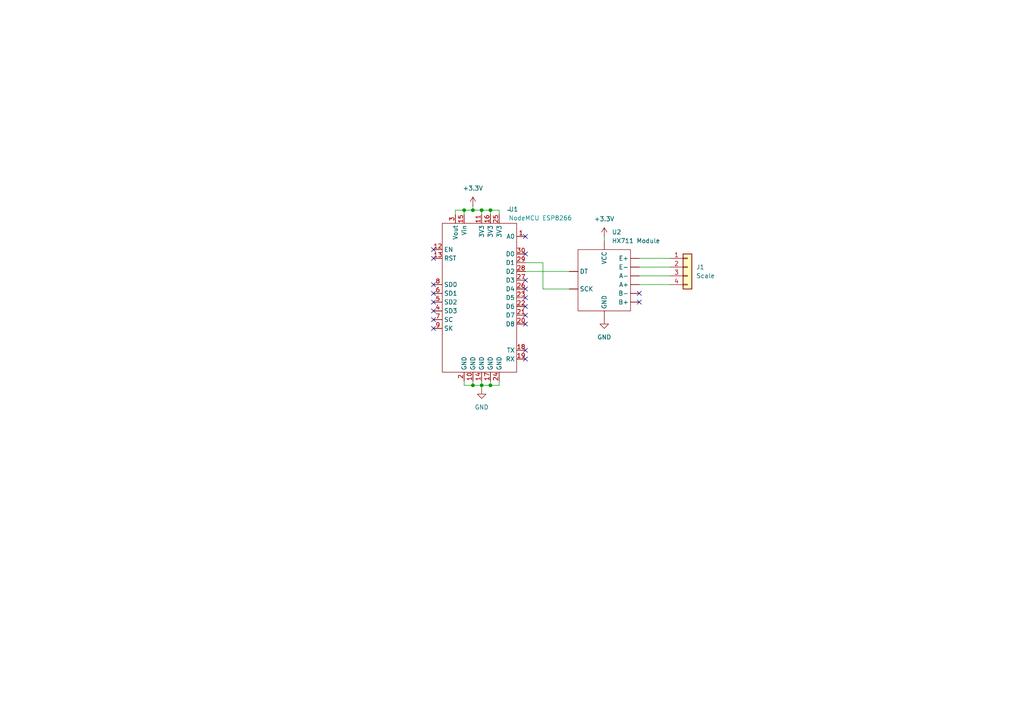
<source format=kicad_sch>
(kicad_sch
	(version 20231120)
	(generator "eeschema")
	(generator_version "8.0")
	(uuid "782b8e8e-37c3-4d74-9501-1a323928c683")
	(paper "A4")
	(lib_symbols
		(symbol "Connector_Generic:Conn_01x04"
			(pin_names
				(offset 1.016) hide)
			(exclude_from_sim no)
			(in_bom yes)
			(on_board yes)
			(property "Reference" "J"
				(at 0 5.08 0)
				(effects
					(font
						(size 1.27 1.27)
					)
				)
			)
			(property "Value" "Conn_01x04"
				(at 0 -7.62 0)
				(effects
					(font
						(size 1.27 1.27)
					)
				)
			)
			(property "Footprint" ""
				(at 0 0 0)
				(effects
					(font
						(size 1.27 1.27)
					)
					(hide yes)
				)
			)
			(property "Datasheet" "~"
				(at 0 0 0)
				(effects
					(font
						(size 1.27 1.27)
					)
					(hide yes)
				)
			)
			(property "Description" "Generic connector, single row, 01x04, script generated (kicad-library-utils/schlib/autogen/connector/)"
				(at 0 0 0)
				(effects
					(font
						(size 1.27 1.27)
					)
					(hide yes)
				)
			)
			(property "ki_keywords" "connector"
				(at 0 0 0)
				(effects
					(font
						(size 1.27 1.27)
					)
					(hide yes)
				)
			)
			(property "ki_fp_filters" "Connector*:*_1x??_*"
				(at 0 0 0)
				(effects
					(font
						(size 1.27 1.27)
					)
					(hide yes)
				)
			)
			(symbol "Conn_01x04_1_1"
				(rectangle
					(start -1.27 -4.953)
					(end 0 -5.207)
					(stroke
						(width 0.1524)
						(type default)
					)
					(fill
						(type none)
					)
				)
				(rectangle
					(start -1.27 -2.413)
					(end 0 -2.667)
					(stroke
						(width 0.1524)
						(type default)
					)
					(fill
						(type none)
					)
				)
				(rectangle
					(start -1.27 0.127)
					(end 0 -0.127)
					(stroke
						(width 0.1524)
						(type default)
					)
					(fill
						(type none)
					)
				)
				(rectangle
					(start -1.27 2.667)
					(end 0 2.413)
					(stroke
						(width 0.1524)
						(type default)
					)
					(fill
						(type none)
					)
				)
				(rectangle
					(start -1.27 3.81)
					(end 1.27 -6.35)
					(stroke
						(width 0.254)
						(type default)
					)
					(fill
						(type background)
					)
				)
				(pin passive line
					(at -5.08 2.54 0)
					(length 3.81)
					(name "Pin_1"
						(effects
							(font
								(size 1.27 1.27)
							)
						)
					)
					(number "1"
						(effects
							(font
								(size 1.27 1.27)
							)
						)
					)
				)
				(pin passive line
					(at -5.08 0 0)
					(length 3.81)
					(name "Pin_2"
						(effects
							(font
								(size 1.27 1.27)
							)
						)
					)
					(number "2"
						(effects
							(font
								(size 1.27 1.27)
							)
						)
					)
				)
				(pin passive line
					(at -5.08 -2.54 0)
					(length 3.81)
					(name "Pin_3"
						(effects
							(font
								(size 1.27 1.27)
							)
						)
					)
					(number "3"
						(effects
							(font
								(size 1.27 1.27)
							)
						)
					)
				)
				(pin passive line
					(at -5.08 -5.08 0)
					(length 3.81)
					(name "Pin_4"
						(effects
							(font
								(size 1.27 1.27)
							)
						)
					)
					(number "4"
						(effects
							(font
								(size 1.27 1.27)
							)
						)
					)
				)
			)
		)
		(symbol "My_Personal:ESP8266"
			(exclude_from_sim no)
			(in_bom yes)
			(on_board yes)
			(property "Reference" "U"
				(at 8.636 26.416 0)
				(effects
					(font
						(size 1.27 1.27)
					)
				)
			)
			(property "Value" ""
				(at 3.81 31.75 0)
				(effects
					(font
						(size 1.27 1.27)
					)
				)
			)
			(property "Footprint" ""
				(at 3.81 31.75 0)
				(effects
					(font
						(size 1.27 1.27)
					)
					(hide yes)
				)
			)
			(property "Datasheet" ""
				(at 3.81 31.75 0)
				(effects
					(font
						(size 1.27 1.27)
					)
					(hide yes)
				)
			)
			(property "Description" ""
				(at 3.81 31.75 0)
				(effects
					(font
						(size 1.27 1.27)
					)
					(hide yes)
				)
			)
			(symbol "ESP8266_0_1"
				(rectangle
					(start -11.43 22.86)
					(end 10.16 -20.32)
					(stroke
						(width 0)
						(type default)
					)
					(fill
						(type none)
					)
				)
			)
			(symbol "ESP8266_1_1"
				(text "NodeMCU ESP8266"
					(at 17.018 24.384 0)
					(effects
						(font
							(size 1.27 1.27)
							(color 0 132 132 1)
						)
					)
				)
				(pin bidirectional line
					(at 12.7 19.05 180)
					(length 2.54)
					(name "A0"
						(effects
							(font
								(size 1.27 1.27)
							)
						)
					)
					(number "1"
						(effects
							(font
								(size 1.27 1.27)
							)
						)
					)
				)
				(pin power_out line
					(at -2.54 -22.86 90)
					(length 2.54)
					(name "GND"
						(effects
							(font
								(size 1.27 1.27)
							)
						)
					)
					(number "10"
						(effects
							(font
								(size 1.27 1.27)
							)
						)
					)
				)
				(pin power_out line
					(at 0 25.4 270)
					(length 2.54)
					(name "3V3"
						(effects
							(font
								(size 1.27 1.27)
							)
						)
					)
					(number "11"
						(effects
							(font
								(size 1.27 1.27)
							)
						)
					)
				)
				(pin input line
					(at -13.97 15.24 0)
					(length 2.54)
					(name "EN"
						(effects
							(font
								(size 1.27 1.27)
							)
						)
					)
					(number "12"
						(effects
							(font
								(size 1.27 1.27)
							)
						)
					)
				)
				(pin input line
					(at -13.97 12.7 0)
					(length 2.54)
					(name "RST"
						(effects
							(font
								(size 1.27 1.27)
							)
						)
					)
					(number "13"
						(effects
							(font
								(size 1.27 1.27)
							)
						)
					)
				)
				(pin power_out line
					(at 0 -22.86 90)
					(length 2.54)
					(name "GND"
						(effects
							(font
								(size 1.27 1.27)
							)
						)
					)
					(number "14"
						(effects
							(font
								(size 1.27 1.27)
							)
						)
					)
				)
				(pin power_in line
					(at -5.08 25.4 270)
					(length 2.54)
					(name "Vin"
						(effects
							(font
								(size 1.27 1.27)
							)
						)
					)
					(number "15"
						(effects
							(font
								(size 1.27 1.27)
							)
						)
					)
				)
				(pin power_out line
					(at 2.54 25.4 270)
					(length 2.54)
					(name "3V3"
						(effects
							(font
								(size 1.27 1.27)
							)
						)
					)
					(number "16"
						(effects
							(font
								(size 1.27 1.27)
							)
						)
					)
				)
				(pin power_out line
					(at 2.54 -22.86 90)
					(length 2.54)
					(name "GND"
						(effects
							(font
								(size 1.27 1.27)
							)
						)
					)
					(number "17"
						(effects
							(font
								(size 1.27 1.27)
							)
						)
					)
				)
				(pin output line
					(at 12.7 -13.97 180)
					(length 2.54)
					(name "TX"
						(effects
							(font
								(size 1.27 1.27)
							)
						)
					)
					(number "18"
						(effects
							(font
								(size 1.27 1.27)
							)
						)
					)
				)
				(pin input line
					(at 12.7 -16.51 180)
					(length 2.54)
					(name "RX"
						(effects
							(font
								(size 1.27 1.27)
							)
						)
					)
					(number "19"
						(effects
							(font
								(size 1.27 1.27)
							)
						)
					)
				)
				(pin power_out line
					(at -5.08 -22.86 90)
					(length 2.54)
					(name "GND"
						(effects
							(font
								(size 1.27 1.27)
							)
						)
					)
					(number "2"
						(effects
							(font
								(size 1.27 1.27)
							)
						)
					)
				)
				(pin bidirectional line
					(at 12.7 -6.35 180)
					(length 2.54)
					(name "D8"
						(effects
							(font
								(size 1.27 1.27)
							)
						)
					)
					(number "20"
						(effects
							(font
								(size 1.27 1.27)
							)
						)
					)
				)
				(pin bidirectional line
					(at 12.7 -3.81 180)
					(length 2.54)
					(name "D7"
						(effects
							(font
								(size 1.27 1.27)
							)
						)
					)
					(number "21"
						(effects
							(font
								(size 1.27 1.27)
							)
						)
					)
				)
				(pin bidirectional line
					(at 12.7 -1.27 180)
					(length 2.54)
					(name "D6"
						(effects
							(font
								(size 1.27 1.27)
							)
						)
					)
					(number "22"
						(effects
							(font
								(size 1.27 1.27)
							)
						)
					)
				)
				(pin bidirectional line
					(at 12.7 1.27 180)
					(length 2.54)
					(name "D5"
						(effects
							(font
								(size 1.27 1.27)
							)
						)
					)
					(number "23"
						(effects
							(font
								(size 1.27 1.27)
							)
						)
					)
				)
				(pin power_out line
					(at 5.08 -22.86 90)
					(length 2.54)
					(name "GND"
						(effects
							(font
								(size 1.27 1.27)
							)
						)
					)
					(number "24"
						(effects
							(font
								(size 1.27 1.27)
							)
						)
					)
				)
				(pin power_out line
					(at 5.08 25.4 270)
					(length 2.54)
					(name "3V3"
						(effects
							(font
								(size 1.27 1.27)
							)
						)
					)
					(number "25"
						(effects
							(font
								(size 1.27 1.27)
							)
						)
					)
				)
				(pin bidirectional line
					(at 12.7 3.81 180)
					(length 2.54)
					(name "D4"
						(effects
							(font
								(size 1.27 1.27)
							)
						)
					)
					(number "26"
						(effects
							(font
								(size 1.27 1.27)
							)
						)
					)
				)
				(pin bidirectional line
					(at 12.7 6.35 180)
					(length 2.54)
					(name "D3"
						(effects
							(font
								(size 1.27 1.27)
							)
						)
					)
					(number "27"
						(effects
							(font
								(size 1.27 1.27)
							)
						)
					)
				)
				(pin bidirectional line
					(at 12.7 8.89 180)
					(length 2.54)
					(name "D2"
						(effects
							(font
								(size 1.27 1.27)
							)
						)
					)
					(number "28"
						(effects
							(font
								(size 1.27 1.27)
							)
						)
					)
				)
				(pin bidirectional line
					(at 12.7 11.43 180)
					(length 2.54)
					(name "D1"
						(effects
							(font
								(size 1.27 1.27)
							)
						)
					)
					(number "29"
						(effects
							(font
								(size 1.27 1.27)
							)
						)
					)
				)
				(pin power_out line
					(at -7.62 25.4 270)
					(length 2.54)
					(name "Vout"
						(effects
							(font
								(size 1.27 1.27)
							)
						)
					)
					(number "3"
						(effects
							(font
								(size 1.27 1.27)
							)
						)
					)
				)
				(pin bidirectional line
					(at 12.7 13.97 180)
					(length 2.54)
					(name "D0"
						(effects
							(font
								(size 1.27 1.27)
							)
						)
					)
					(number "30"
						(effects
							(font
								(size 1.27 1.27)
							)
						)
					)
				)
				(pin bidirectional line
					(at -13.97 -2.54 0)
					(length 2.54)
					(name "SD3"
						(effects
							(font
								(size 1.27 1.27)
							)
						)
					)
					(number "4"
						(effects
							(font
								(size 1.27 1.27)
							)
						)
					)
				)
				(pin bidirectional line
					(at -13.97 0 0)
					(length 2.54)
					(name "SD2"
						(effects
							(font
								(size 1.27 1.27)
							)
						)
					)
					(number "5"
						(effects
							(font
								(size 1.27 1.27)
							)
						)
					)
				)
				(pin bidirectional line
					(at -13.97 2.54 0)
					(length 2.54)
					(name "SD1"
						(effects
							(font
								(size 1.27 1.27)
							)
						)
					)
					(number "6"
						(effects
							(font
								(size 1.27 1.27)
							)
						)
					)
				)
				(pin bidirectional line
					(at -13.97 -5.08 0)
					(length 2.54)
					(name "SC"
						(effects
							(font
								(size 1.27 1.27)
							)
						)
					)
					(number "7"
						(effects
							(font
								(size 1.27 1.27)
							)
						)
					)
				)
				(pin bidirectional line
					(at -13.97 5.08 0)
					(length 2.54)
					(name "SD0"
						(effects
							(font
								(size 1.27 1.27)
							)
						)
					)
					(number "8"
						(effects
							(font
								(size 1.27 1.27)
							)
						)
					)
				)
				(pin bidirectional line
					(at -13.97 -7.62 0)
					(length 2.54)
					(name "SK"
						(effects
							(font
								(size 1.27 1.27)
							)
						)
					)
					(number "9"
						(effects
							(font
								(size 1.27 1.27)
							)
						)
					)
				)
			)
		)
		(symbol "My_Personal:HX711_Module"
			(exclude_from_sim no)
			(in_bom yes)
			(on_board yes)
			(property "Reference" "U"
				(at 6.604 12.446 0)
				(effects
					(font
						(size 1.27 1.27)
					)
				)
			)
			(property "Value" "HX711 Module"
				(at 8.382 10.16 0)
				(effects
					(font
						(size 1.27 1.27)
					)
				)
			)
			(property "Footprint" ""
				(at 0 -1.27 0)
				(effects
					(font
						(size 1.27 1.27)
					)
					(hide yes)
				)
			)
			(property "Datasheet" ""
				(at 0 -1.27 0)
				(effects
					(font
						(size 1.27 1.27)
					)
					(hide yes)
				)
			)
			(property "Description" ""
				(at 0 -1.27 0)
				(effects
					(font
						(size 1.27 1.27)
					)
					(hide yes)
				)
			)
			(symbol "HX711_Module_0_1"
				(rectangle
					(start -7.62 8.89)
					(end 7.62 -8.89)
					(stroke
						(width 0)
						(type default)
					)
					(fill
						(type none)
					)
				)
			)
			(symbol "HX711_Module_1_1"
				(pin input line
					(at 10.16 -1.27 180)
					(length 2.54)
					(name "A+"
						(effects
							(font
								(size 1.27 1.27)
							)
						)
					)
					(number ""
						(effects
							(font
								(size 1.27 1.27)
							)
						)
					)
				)
				(pin input line
					(at 10.16 1.27 180)
					(length 2.54)
					(name "A-"
						(effects
							(font
								(size 1.27 1.27)
							)
						)
					)
					(number ""
						(effects
							(font
								(size 1.27 1.27)
							)
						)
					)
				)
				(pin input line
					(at 10.16 -6.35 180)
					(length 2.54)
					(name "B+"
						(effects
							(font
								(size 1.27 1.27)
							)
						)
					)
					(number ""
						(effects
							(font
								(size 1.27 1.27)
							)
						)
					)
				)
				(pin input line
					(at 10.16 -3.81 180)
					(length 2.54)
					(name "B-"
						(effects
							(font
								(size 1.27 1.27)
							)
						)
					)
					(number ""
						(effects
							(font
								(size 1.27 1.27)
							)
						)
					)
				)
				(pin output line
					(at -10.16 2.54 0)
					(length 2.54)
					(name "DT"
						(effects
							(font
								(size 1.27 1.27)
							)
						)
					)
					(number ""
						(effects
							(font
								(size 1.27 1.27)
							)
						)
					)
				)
				(pin power_out line
					(at 10.16 6.35 180)
					(length 2.54)
					(name "E+"
						(effects
							(font
								(size 1.27 1.27)
							)
						)
					)
					(number ""
						(effects
							(font
								(size 1.27 1.27)
							)
						)
					)
				)
				(pin power_out line
					(at 10.16 3.81 180)
					(length 2.54)
					(name "E-"
						(effects
							(font
								(size 1.27 1.27)
							)
						)
					)
					(number ""
						(effects
							(font
								(size 1.27 1.27)
							)
						)
					)
				)
				(pin power_in line
					(at 0 -11.43 90)
					(length 2.54)
					(name "GND"
						(effects
							(font
								(size 1.27 1.27)
							)
						)
					)
					(number ""
						(effects
							(font
								(size 1.27 1.27)
							)
						)
					)
				)
				(pin input line
					(at -10.16 -2.54 0)
					(length 2.54)
					(name "SCK"
						(effects
							(font
								(size 1.27 1.27)
							)
						)
					)
					(number ""
						(effects
							(font
								(size 1.27 1.27)
							)
						)
					)
				)
				(pin power_in line
					(at 0 11.43 270)
					(length 2.54)
					(name "VCC"
						(effects
							(font
								(size 1.27 1.27)
							)
						)
					)
					(number ""
						(effects
							(font
								(size 1.27 1.27)
							)
						)
					)
				)
			)
		)
		(symbol "power:+3.3V"
			(power)
			(pin_numbers hide)
			(pin_names
				(offset 0) hide)
			(exclude_from_sim no)
			(in_bom yes)
			(on_board yes)
			(property "Reference" "#PWR"
				(at 0 -3.81 0)
				(effects
					(font
						(size 1.27 1.27)
					)
					(hide yes)
				)
			)
			(property "Value" "+3.3V"
				(at 0 3.556 0)
				(effects
					(font
						(size 1.27 1.27)
					)
				)
			)
			(property "Footprint" ""
				(at 0 0 0)
				(effects
					(font
						(size 1.27 1.27)
					)
					(hide yes)
				)
			)
			(property "Datasheet" ""
				(at 0 0 0)
				(effects
					(font
						(size 1.27 1.27)
					)
					(hide yes)
				)
			)
			(property "Description" "Power symbol creates a global label with name \"+3.3V\""
				(at 0 0 0)
				(effects
					(font
						(size 1.27 1.27)
					)
					(hide yes)
				)
			)
			(property "ki_keywords" "global power"
				(at 0 0 0)
				(effects
					(font
						(size 1.27 1.27)
					)
					(hide yes)
				)
			)
			(symbol "+3.3V_0_1"
				(polyline
					(pts
						(xy -0.762 1.27) (xy 0 2.54)
					)
					(stroke
						(width 0)
						(type default)
					)
					(fill
						(type none)
					)
				)
				(polyline
					(pts
						(xy 0 0) (xy 0 2.54)
					)
					(stroke
						(width 0)
						(type default)
					)
					(fill
						(type none)
					)
				)
				(polyline
					(pts
						(xy 0 2.54) (xy 0.762 1.27)
					)
					(stroke
						(width 0)
						(type default)
					)
					(fill
						(type none)
					)
				)
			)
			(symbol "+3.3V_1_1"
				(pin power_in line
					(at 0 0 90)
					(length 0)
					(name "~"
						(effects
							(font
								(size 1.27 1.27)
							)
						)
					)
					(number "1"
						(effects
							(font
								(size 1.27 1.27)
							)
						)
					)
				)
			)
		)
		(symbol "power:GND"
			(power)
			(pin_numbers hide)
			(pin_names
				(offset 0) hide)
			(exclude_from_sim no)
			(in_bom yes)
			(on_board yes)
			(property "Reference" "#PWR"
				(at 0 -6.35 0)
				(effects
					(font
						(size 1.27 1.27)
					)
					(hide yes)
				)
			)
			(property "Value" "GND"
				(at 0 -3.81 0)
				(effects
					(font
						(size 1.27 1.27)
					)
				)
			)
			(property "Footprint" ""
				(at 0 0 0)
				(effects
					(font
						(size 1.27 1.27)
					)
					(hide yes)
				)
			)
			(property "Datasheet" ""
				(at 0 0 0)
				(effects
					(font
						(size 1.27 1.27)
					)
					(hide yes)
				)
			)
			(property "Description" "Power symbol creates a global label with name \"GND\" , ground"
				(at 0 0 0)
				(effects
					(font
						(size 1.27 1.27)
					)
					(hide yes)
				)
			)
			(property "ki_keywords" "global power"
				(at 0 0 0)
				(effects
					(font
						(size 1.27 1.27)
					)
					(hide yes)
				)
			)
			(symbol "GND_0_1"
				(polyline
					(pts
						(xy 0 0) (xy 0 -1.27) (xy 1.27 -1.27) (xy 0 -2.54) (xy -1.27 -1.27) (xy 0 -1.27)
					)
					(stroke
						(width 0)
						(type default)
					)
					(fill
						(type none)
					)
				)
			)
			(symbol "GND_1_1"
				(pin power_in line
					(at 0 0 270)
					(length 0)
					(name "~"
						(effects
							(font
								(size 1.27 1.27)
							)
						)
					)
					(number "1"
						(effects
							(font
								(size 1.27 1.27)
							)
						)
					)
				)
			)
		)
	)
	(junction
		(at 139.7 60.96)
		(diameter 0)
		(color 0 0 0 0)
		(uuid "23840389-e969-47c2-9a83-2f6f4eef99b8")
	)
	(junction
		(at 142.24 60.96)
		(diameter 0)
		(color 0 0 0 0)
		(uuid "49bf46ca-44db-4845-b45c-7d6928e3a8a9")
	)
	(junction
		(at 134.62 60.96)
		(diameter 0)
		(color 0 0 0 0)
		(uuid "746c76ff-b25e-45d3-9f3a-f669691f7e5f")
	)
	(junction
		(at 137.16 111.76)
		(diameter 0)
		(color 0 0 0 0)
		(uuid "8d0d41cd-134d-473d-a496-34be1bc5988c")
	)
	(junction
		(at 142.24 111.76)
		(diameter 0)
		(color 0 0 0 0)
		(uuid "a464b72c-e41b-43da-a7db-46f38202b77a")
	)
	(junction
		(at 139.7 111.76)
		(diameter 0)
		(color 0 0 0 0)
		(uuid "b618cb68-93c0-4481-9b70-82c0446123b0")
	)
	(junction
		(at 137.16 60.96)
		(diameter 0)
		(color 0 0 0 0)
		(uuid "f5ae8465-9f26-4318-a706-c7f8b845ca00")
	)
	(no_connect
		(at 125.73 87.63)
		(uuid "0b7e9c8f-60d3-4b09-8c11-6a15520b7de7")
	)
	(no_connect
		(at 125.73 82.55)
		(uuid "19d620db-0b40-4679-bba7-75d6f6c2c0ff")
	)
	(no_connect
		(at 152.4 91.44)
		(uuid "43c48803-6310-42cb-b98b-5238e74fab1e")
	)
	(no_connect
		(at 125.73 85.09)
		(uuid "5bdd2549-c530-4aad-aeb3-fc56411a4bdc")
	)
	(no_connect
		(at 125.73 92.71)
		(uuid "6c61d15e-6c4e-49db-814a-79d4d7bc1230")
	)
	(no_connect
		(at 152.4 81.28)
		(uuid "6cc079e9-9b93-4bba-891b-6fe70847cb30")
	)
	(no_connect
		(at 125.73 90.17)
		(uuid "6e857fab-6174-4fb5-9207-78ef4fc3ed81")
	)
	(no_connect
		(at 152.4 68.58)
		(uuid "6ec891eb-2431-4611-a36b-35f95bb762ec")
	)
	(no_connect
		(at 152.4 73.66)
		(uuid "74864c9e-4a40-4269-82be-1233ccea45ed")
	)
	(no_connect
		(at 152.4 93.98)
		(uuid "86599edc-00e3-46cd-915f-af0843db83a7")
	)
	(no_connect
		(at 152.4 101.6)
		(uuid "8a430e94-9e56-4384-8508-4971bf3ce5ec")
	)
	(no_connect
		(at 152.4 83.82)
		(uuid "9e884d7b-807a-4e9c-bd2d-3e1195bfa70d")
	)
	(no_connect
		(at 125.73 95.25)
		(uuid "a7caeb19-57ce-4b88-a768-77d6330cb4eb")
	)
	(no_connect
		(at 125.73 74.93)
		(uuid "b54002d2-fde8-4377-966d-d92d333d045a")
	)
	(no_connect
		(at 185.42 87.63)
		(uuid "b5d2cf6e-6e7d-4a85-952c-63ace11d61f0")
	)
	(no_connect
		(at 125.73 72.39)
		(uuid "c05105fe-e517-45bd-be39-a3a5bccf7cb8")
	)
	(no_connect
		(at 152.4 86.36)
		(uuid "ccb8ea6a-8ae1-4a0d-9cd7-0300bebe8443")
	)
	(no_connect
		(at 152.4 104.14)
		(uuid "cd414208-f9b0-4fb4-8b76-d65f9854383b")
	)
	(no_connect
		(at 185.42 85.09)
		(uuid "d8b7d2ab-a168-40b2-a5f6-04ded8a52839")
	)
	(no_connect
		(at 152.4 88.9)
		(uuid "eb233a42-ccdd-4909-b962-2affc58e8fe4")
	)
	(wire
		(pts
			(xy 134.62 60.96) (xy 134.62 62.23)
		)
		(stroke
			(width 0)
			(type default)
		)
		(uuid "0cc27fea-86cf-40a3-ae50-2a5f3022e04f")
	)
	(wire
		(pts
			(xy 134.62 60.96) (xy 137.16 60.96)
		)
		(stroke
			(width 0)
			(type default)
		)
		(uuid "116adce9-0b1f-466e-9192-de42dae77485")
	)
	(wire
		(pts
			(xy 139.7 111.76) (xy 142.24 111.76)
		)
		(stroke
			(width 0)
			(type default)
		)
		(uuid "2195194b-3ff2-448c-a55b-cc2b001b58e3")
	)
	(wire
		(pts
			(xy 134.62 110.49) (xy 134.62 111.76)
		)
		(stroke
			(width 0)
			(type default)
		)
		(uuid "247c1a55-318c-49f6-94d1-5511808e53bc")
	)
	(wire
		(pts
			(xy 157.48 83.82) (xy 157.48 76.2)
		)
		(stroke
			(width 0)
			(type default)
		)
		(uuid "267824fc-1837-45b9-86da-df8535942dc1")
	)
	(wire
		(pts
			(xy 165.1 83.82) (xy 157.48 83.82)
		)
		(stroke
			(width 0)
			(type default)
		)
		(uuid "2fce6c39-d038-4368-8baf-4aedf42768a1")
	)
	(wire
		(pts
			(xy 194.31 80.01) (xy 185.42 80.01)
		)
		(stroke
			(width 0)
			(type default)
		)
		(uuid "3b170e8a-2aaf-4d6d-85cf-d387c8e4989d")
	)
	(wire
		(pts
			(xy 194.31 82.55) (xy 185.42 82.55)
		)
		(stroke
			(width 0)
			(type default)
		)
		(uuid "3f71a0e0-6ea2-4d4a-81c4-f4567bbee868")
	)
	(wire
		(pts
			(xy 144.78 60.96) (xy 144.78 62.23)
		)
		(stroke
			(width 0)
			(type default)
		)
		(uuid "40156b81-d85c-4b33-a445-4ecdf0d6c9a8")
	)
	(wire
		(pts
			(xy 142.24 60.96) (xy 144.78 60.96)
		)
		(stroke
			(width 0)
			(type default)
		)
		(uuid "46f230f5-7c0a-4360-99b8-ac43ef3b874d")
	)
	(wire
		(pts
			(xy 137.16 59.69) (xy 137.16 60.96)
		)
		(stroke
			(width 0)
			(type default)
		)
		(uuid "4fcf5f29-f069-48c0-8817-7ccfa5357efd")
	)
	(wire
		(pts
			(xy 137.16 111.76) (xy 139.7 111.76)
		)
		(stroke
			(width 0)
			(type default)
		)
		(uuid "56fc3b99-3d2a-48f2-9fcf-d9d38e3eddbe")
	)
	(wire
		(pts
			(xy 142.24 111.76) (xy 142.24 110.49)
		)
		(stroke
			(width 0)
			(type default)
		)
		(uuid "5c5d845d-e370-4ab9-a83b-de7be5bdcbc7")
	)
	(wire
		(pts
			(xy 152.4 78.74) (xy 165.1 78.74)
		)
		(stroke
			(width 0)
			(type default)
		)
		(uuid "5e610732-ce6d-4ef9-9ad0-c6ab261075cf")
	)
	(wire
		(pts
			(xy 157.48 76.2) (xy 152.4 76.2)
		)
		(stroke
			(width 0)
			(type default)
		)
		(uuid "68bed639-0cfc-4b6e-9931-93de1fb01582")
	)
	(wire
		(pts
			(xy 139.7 60.96) (xy 142.24 60.96)
		)
		(stroke
			(width 0)
			(type default)
		)
		(uuid "8ffb3e68-d46f-4cc0-89a6-41edc7712829")
	)
	(wire
		(pts
			(xy 194.31 74.93) (xy 185.42 74.93)
		)
		(stroke
			(width 0)
			(type default)
		)
		(uuid "99a4bb45-e2ed-4e6b-be7d-aec7b7d39b81")
	)
	(wire
		(pts
			(xy 137.16 110.49) (xy 137.16 111.76)
		)
		(stroke
			(width 0)
			(type default)
		)
		(uuid "a885154c-f0ef-48a8-82ca-414a9b7b9fb2")
	)
	(wire
		(pts
			(xy 139.7 111.76) (xy 139.7 113.03)
		)
		(stroke
			(width 0)
			(type default)
		)
		(uuid "a9377518-d1e7-4d11-8931-26a7f37e70a5")
	)
	(wire
		(pts
			(xy 137.16 60.96) (xy 139.7 60.96)
		)
		(stroke
			(width 0)
			(type default)
		)
		(uuid "aa33d9ba-1af1-45e5-820d-3bce86da60df")
	)
	(wire
		(pts
			(xy 139.7 110.49) (xy 139.7 111.76)
		)
		(stroke
			(width 0)
			(type default)
		)
		(uuid "aeaaed5f-a39e-491d-a155-a42864bf4fdf")
	)
	(wire
		(pts
			(xy 144.78 111.76) (xy 144.78 110.49)
		)
		(stroke
			(width 0)
			(type default)
		)
		(uuid "b532645f-67d5-4a4a-b76b-e8b7668929e3")
	)
	(wire
		(pts
			(xy 175.26 68.58) (xy 175.26 69.85)
		)
		(stroke
			(width 0)
			(type default)
		)
		(uuid "c4276344-e647-4dc3-b2bd-5939734c4906")
	)
	(wire
		(pts
			(xy 194.31 77.47) (xy 185.42 77.47)
		)
		(stroke
			(width 0)
			(type default)
		)
		(uuid "c4c024f6-782b-42af-9488-1da694aa54c5")
	)
	(wire
		(pts
			(xy 142.24 60.96) (xy 142.24 62.23)
		)
		(stroke
			(width 0)
			(type default)
		)
		(uuid "d064fc6d-62d9-4fef-a757-3f2fadb2af31")
	)
	(wire
		(pts
			(xy 132.08 60.96) (xy 132.08 62.23)
		)
		(stroke
			(width 0)
			(type default)
		)
		(uuid "d1eb2907-ada8-4a43-8ea3-edc21c4f38a0")
	)
	(wire
		(pts
			(xy 134.62 111.76) (xy 137.16 111.76)
		)
		(stroke
			(width 0)
			(type default)
		)
		(uuid "d2332994-1088-49ca-bc86-2ddb2715a3bf")
	)
	(wire
		(pts
			(xy 142.24 111.76) (xy 144.78 111.76)
		)
		(stroke
			(width 0)
			(type default)
		)
		(uuid "d418f1ac-4c2d-4cfe-a683-5ec00544940f")
	)
	(wire
		(pts
			(xy 139.7 60.96) (xy 139.7 62.23)
		)
		(stroke
			(width 0)
			(type default)
		)
		(uuid "e7b2b5a6-2109-4990-81c3-fdbb2af08c4d")
	)
	(wire
		(pts
			(xy 132.08 60.96) (xy 134.62 60.96)
		)
		(stroke
			(width 0)
			(type default)
		)
		(uuid "f29494b4-eaee-4616-a8ce-ef8ebb7b7b5e")
	)
	(symbol
		(lib_id "power:GND")
		(at 175.26 92.71 0)
		(unit 1)
		(exclude_from_sim no)
		(in_bom yes)
		(on_board yes)
		(dnp no)
		(fields_autoplaced yes)
		(uuid "0fec6ee8-4aef-4f37-8ca6-9adf9d49642f")
		(property "Reference" "#PWR04"
			(at 175.26 99.06 0)
			(effects
				(font
					(size 1.27 1.27)
				)
				(hide yes)
			)
		)
		(property "Value" "GND"
			(at 175.26 97.79 0)
			(effects
				(font
					(size 1.27 1.27)
				)
			)
		)
		(property "Footprint" ""
			(at 175.26 92.71 0)
			(effects
				(font
					(size 1.27 1.27)
				)
				(hide yes)
			)
		)
		(property "Datasheet" ""
			(at 175.26 92.71 0)
			(effects
				(font
					(size 1.27 1.27)
				)
				(hide yes)
			)
		)
		(property "Description" "Power symbol creates a global label with name \"GND\" , ground"
			(at 175.26 92.71 0)
			(effects
				(font
					(size 1.27 1.27)
				)
				(hide yes)
			)
		)
		(pin "1"
			(uuid "f9e45023-47f6-4f76-b5c0-624b69d13c38")
		)
		(instances
			(project "kettle-weigher"
				(path "/782b8e8e-37c3-4d74-9501-1a323928c683"
					(reference "#PWR04")
					(unit 1)
				)
			)
		)
	)
	(symbol
		(lib_id "power:+3.3V")
		(at 175.26 68.58 0)
		(unit 1)
		(exclude_from_sim no)
		(in_bom yes)
		(on_board yes)
		(dnp no)
		(fields_autoplaced yes)
		(uuid "32d2ad93-f01c-4a60-ba08-550f188be919")
		(property "Reference" "#PWR03"
			(at 175.26 72.39 0)
			(effects
				(font
					(size 1.27 1.27)
				)
				(hide yes)
			)
		)
		(property "Value" "+3.3V"
			(at 175.26 63.5 0)
			(effects
				(font
					(size 1.27 1.27)
				)
			)
		)
		(property "Footprint" ""
			(at 175.26 68.58 0)
			(effects
				(font
					(size 1.27 1.27)
				)
				(hide yes)
			)
		)
		(property "Datasheet" ""
			(at 175.26 68.58 0)
			(effects
				(font
					(size 1.27 1.27)
				)
				(hide yes)
			)
		)
		(property "Description" "Power symbol creates a global label with name \"+3.3V\""
			(at 175.26 68.58 0)
			(effects
				(font
					(size 1.27 1.27)
				)
				(hide yes)
			)
		)
		(pin "1"
			(uuid "366dfd5d-1d14-4b95-b48b-6f8aad23a786")
		)
		(instances
			(project "kettle-weigher"
				(path "/782b8e8e-37c3-4d74-9501-1a323928c683"
					(reference "#PWR03")
					(unit 1)
				)
			)
		)
	)
	(symbol
		(lib_id "power:+3.3V")
		(at 137.16 59.69 0)
		(unit 1)
		(exclude_from_sim no)
		(in_bom yes)
		(on_board yes)
		(dnp no)
		(fields_autoplaced yes)
		(uuid "69e51b54-cb0c-480e-851a-9d6be2f43e73")
		(property "Reference" "#PWR01"
			(at 137.16 63.5 0)
			(effects
				(font
					(size 1.27 1.27)
				)
				(hide yes)
			)
		)
		(property "Value" "+3.3V"
			(at 137.16 54.61 0)
			(effects
				(font
					(size 1.27 1.27)
				)
			)
		)
		(property "Footprint" ""
			(at 137.16 59.69 0)
			(effects
				(font
					(size 1.27 1.27)
				)
				(hide yes)
			)
		)
		(property "Datasheet" ""
			(at 137.16 59.69 0)
			(effects
				(font
					(size 1.27 1.27)
				)
				(hide yes)
			)
		)
		(property "Description" "Power symbol creates a global label with name \"+3.3V\""
			(at 137.16 59.69 0)
			(effects
				(font
					(size 1.27 1.27)
				)
				(hide yes)
			)
		)
		(pin "1"
			(uuid "2a9e107b-f374-472d-9537-5cb4335cc04e")
		)
		(instances
			(project ""
				(path "/782b8e8e-37c3-4d74-9501-1a323928c683"
					(reference "#PWR01")
					(unit 1)
				)
			)
		)
	)
	(symbol
		(lib_id "My_Personal:HX711_Module")
		(at 175.26 81.28 0)
		(unit 1)
		(exclude_from_sim no)
		(in_bom yes)
		(on_board yes)
		(dnp no)
		(fields_autoplaced yes)
		(uuid "6c890984-bf59-40dc-a525-c71676133229")
		(property "Reference" "U2"
			(at 177.4541 67.31 0)
			(effects
				(font
					(size 1.27 1.27)
				)
				(justify left)
			)
		)
		(property "Value" "HX711 Module"
			(at 177.4541 69.85 0)
			(effects
				(font
					(size 1.27 1.27)
				)
				(justify left)
			)
		)
		(property "Footprint" ""
			(at 175.26 82.55 0)
			(effects
				(font
					(size 1.27 1.27)
				)
				(hide yes)
			)
		)
		(property "Datasheet" ""
			(at 175.26 82.55 0)
			(effects
				(font
					(size 1.27 1.27)
				)
				(hide yes)
			)
		)
		(property "Description" ""
			(at 175.26 82.55 0)
			(effects
				(font
					(size 1.27 1.27)
				)
				(hide yes)
			)
		)
		(pin ""
			(uuid "ca9fbaf1-69b6-4999-ad50-0afc1be97e2c")
		)
		(pin ""
			(uuid "39a2d3db-98ef-45c6-866d-76a8bb17541e")
		)
		(pin ""
			(uuid "0a1e87fb-b199-47ed-bd9f-d95bb626cd05")
		)
		(pin ""
			(uuid "92023484-0df8-4334-98e2-d3340d608474")
		)
		(pin ""
			(uuid "ddefa27b-262b-47c4-aa08-dec82a35b69b")
		)
		(pin ""
			(uuid "174497ea-a718-477e-868d-29bf258332c7")
		)
		(pin ""
			(uuid "493ddfae-d3b1-4208-a439-3317bbc0cdef")
		)
		(pin ""
			(uuid "7d3adb22-d0d0-4248-92b0-b1d68c33de22")
		)
		(pin ""
			(uuid "31df1129-ea47-48b4-8207-ecd939d202e3")
		)
		(pin ""
			(uuid "54b10d51-c63f-436c-9dbe-40cce6621018")
		)
		(instances
			(project ""
				(path "/782b8e8e-37c3-4d74-9501-1a323928c683"
					(reference "U2")
					(unit 1)
				)
			)
		)
	)
	(symbol
		(lib_id "power:GND")
		(at 139.7 113.03 0)
		(unit 1)
		(exclude_from_sim no)
		(in_bom yes)
		(on_board yes)
		(dnp no)
		(fields_autoplaced yes)
		(uuid "7349a0b2-df34-4570-af5f-1719811b88f2")
		(property "Reference" "#PWR02"
			(at 139.7 119.38 0)
			(effects
				(font
					(size 1.27 1.27)
				)
				(hide yes)
			)
		)
		(property "Value" "GND"
			(at 139.7 118.11 0)
			(effects
				(font
					(size 1.27 1.27)
				)
			)
		)
		(property "Footprint" ""
			(at 139.7 113.03 0)
			(effects
				(font
					(size 1.27 1.27)
				)
				(hide yes)
			)
		)
		(property "Datasheet" ""
			(at 139.7 113.03 0)
			(effects
				(font
					(size 1.27 1.27)
				)
				(hide yes)
			)
		)
		(property "Description" "Power symbol creates a global label with name \"GND\" , ground"
			(at 139.7 113.03 0)
			(effects
				(font
					(size 1.27 1.27)
				)
				(hide yes)
			)
		)
		(pin "1"
			(uuid "b41524f3-07e7-4a08-8298-66e09f9e8e3d")
		)
		(instances
			(project ""
				(path "/782b8e8e-37c3-4d74-9501-1a323928c683"
					(reference "#PWR02")
					(unit 1)
				)
			)
		)
	)
	(symbol
		(lib_id "My_Personal:ESP8266")
		(at 139.7 87.63 0)
		(unit 1)
		(exclude_from_sim no)
		(in_bom yes)
		(on_board yes)
		(dnp no)
		(uuid "a387371c-b7d6-459a-a442-92b9e97d483f")
		(property "Reference" "U1"
			(at 147.574 60.706 0)
			(effects
				(font
					(size 1.27 1.27)
				)
				(justify left)
			)
		)
		(property "Value" "~"
			(at 146.9741 60.96 0)
			(effects
				(font
					(size 1.27 1.27)
				)
				(justify left)
			)
		)
		(property "Footprint" ""
			(at 143.51 55.88 0)
			(effects
				(font
					(size 1.27 1.27)
				)
				(hide yes)
			)
		)
		(property "Datasheet" ""
			(at 143.51 55.88 0)
			(effects
				(font
					(size 1.27 1.27)
				)
				(hide yes)
			)
		)
		(property "Description" ""
			(at 143.51 55.88 0)
			(effects
				(font
					(size 1.27 1.27)
				)
				(hide yes)
			)
		)
		(pin "19"
			(uuid "3bdeb15b-e713-45e9-8217-51e1726d9640")
		)
		(pin "20"
			(uuid "1aed9b9e-927a-42bf-b5ab-34e44ea13f53")
		)
		(pin "29"
			(uuid "e19b4dc4-7ea3-4b55-ae7d-b4e214418488")
		)
		(pin "8"
			(uuid "a8e0994b-c6cb-46d8-ad52-4de25415c0a5")
		)
		(pin "24"
			(uuid "3840274d-1938-4d26-bc53-296121c862ed")
		)
		(pin "16"
			(uuid "86aaf009-86cf-475e-a78e-1c4b9a526e24")
		)
		(pin "30"
			(uuid "5f2c2439-9ea3-43e5-9392-04a0c90c0796")
		)
		(pin "5"
			(uuid "2a295938-a19c-434c-9378-1a8b5f044384")
		)
		(pin "27"
			(uuid "fe74052d-5c43-4a5c-895d-d24104b1370a")
		)
		(pin "10"
			(uuid "41cba4c0-fe4c-4240-bd6d-8902346aaf9b")
		)
		(pin "6"
			(uuid "56198a8e-115c-42a1-b088-eaa15ab2afdd")
		)
		(pin "11"
			(uuid "6094e107-132d-4b76-856a-3d6a9b87edca")
		)
		(pin "26"
			(uuid "e4d14cf4-97bc-4784-8537-6ce8f747e469")
		)
		(pin "12"
			(uuid "1899a18a-1718-4e22-86de-65658232000a")
		)
		(pin "13"
			(uuid "4bd0a3a1-7810-408d-bad6-a838fc9a7821")
		)
		(pin "1"
			(uuid "4e4ffff4-3007-4db4-9d74-5a9157964780")
		)
		(pin "2"
			(uuid "4c7e6f4c-62d9-4b11-8ac3-05e6b37aa0dd")
		)
		(pin "23"
			(uuid "c602e973-1598-4b58-9295-81c6c116abe1")
		)
		(pin "25"
			(uuid "29157fb1-5303-4037-baa0-5854e08fdd5f")
		)
		(pin "28"
			(uuid "ca72e9e7-22da-4558-b69e-48cc2265c239")
		)
		(pin "7"
			(uuid "c185f8a8-7be3-4724-8aeb-6c79748b75f8")
		)
		(pin "9"
			(uuid "982c1de9-7b8d-47bb-9cfb-e32f1c0550f3")
		)
		(pin "21"
			(uuid "3183a3e6-bb2c-4f6d-a30d-9627133a5792")
		)
		(pin "15"
			(uuid "4b3e3d2c-4cf2-4909-b645-a8cb09dabf4b")
		)
		(pin "14"
			(uuid "eb95e087-91f9-4188-a6f6-53da0e02e5e8")
		)
		(pin "17"
			(uuid "b207fb5f-c56e-41ad-b040-165db5a581d7")
		)
		(pin "18"
			(uuid "61a3e196-b14e-4d34-9c75-1036226c45a7")
		)
		(pin "22"
			(uuid "0ccdfff6-8966-487a-8dde-13a3a6ad3be6")
		)
		(pin "3"
			(uuid "cc13d389-7771-441e-91a4-e67f2fb1e6cf")
		)
		(pin "4"
			(uuid "2bfec84d-30be-4ff5-ba13-a52ff0bd318d")
		)
		(instances
			(project ""
				(path "/782b8e8e-37c3-4d74-9501-1a323928c683"
					(reference "U1")
					(unit 1)
				)
			)
		)
	)
	(symbol
		(lib_id "Connector_Generic:Conn_01x04")
		(at 199.39 77.47 0)
		(unit 1)
		(exclude_from_sim no)
		(in_bom yes)
		(on_board yes)
		(dnp no)
		(fields_autoplaced yes)
		(uuid "bb115550-8385-443a-a16a-34cbf3d06e0b")
		(property "Reference" "J1"
			(at 201.93 77.4699 0)
			(effects
				(font
					(size 1.27 1.27)
				)
				(justify left)
			)
		)
		(property "Value" "Scale"
			(at 201.93 80.0099 0)
			(effects
				(font
					(size 1.27 1.27)
				)
				(justify left)
			)
		)
		(property "Footprint" "Connector_PinSocket_2.54mm:PinSocket_1x04_P2.54mm_Vertical"
			(at 199.39 77.47 0)
			(effects
				(font
					(size 1.27 1.27)
				)
				(hide yes)
			)
		)
		(property "Datasheet" "~"
			(at 199.39 77.47 0)
			(effects
				(font
					(size 1.27 1.27)
				)
				(hide yes)
			)
		)
		(property "Description" "Generic connector, single row, 01x04, script generated (kicad-library-utils/schlib/autogen/connector/)"
			(at 199.39 77.47 0)
			(effects
				(font
					(size 1.27 1.27)
				)
				(hide yes)
			)
		)
		(pin "1"
			(uuid "a0bf39fc-ac1e-4f75-80a7-143623a4381f")
		)
		(pin "2"
			(uuid "8c9eb38c-783e-4377-acbb-9f60c2fb5879")
		)
		(pin "3"
			(uuid "64287771-e562-4dde-952d-73fe993615b9")
		)
		(pin "4"
			(uuid "b7d28118-8b27-4c6c-a068-6e436db48e36")
		)
		(instances
			(project "kettle-weigher"
				(path "/782b8e8e-37c3-4d74-9501-1a323928c683"
					(reference "J1")
					(unit 1)
				)
			)
		)
	)
	(sheet_instances
		(path "/"
			(page "1")
		)
	)
)

</source>
